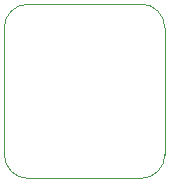
<source format=gbr>
%TF.GenerationSoftware,KiCad,Pcbnew,8.0.1*%
%TF.CreationDate,2024-05-03T15:12:59-07:00*%
%TF.ProjectId,DAWN_sensor_pcb,4441574e-5f73-4656-9e73-6f725f706362,rev?*%
%TF.SameCoordinates,Original*%
%TF.FileFunction,Profile,NP*%
%FSLAX46Y46*%
G04 Gerber Fmt 4.6, Leading zero omitted, Abs format (unit mm)*
G04 Created by KiCad (PCBNEW 8.0.1) date 2024-05-03 15:12:59*
%MOMM*%
%LPD*%
G01*
G04 APERTURE LIST*
%TA.AperFunction,Profile*%
%ADD10C,0.050000*%
%TD*%
G04 APERTURE END LIST*
D10*
X149085786Y-59166250D02*
X139500000Y-59166250D01*
X137500000Y-71875000D02*
X137500000Y-61166250D01*
X139500000Y-73916675D02*
X149085786Y-73916250D01*
X137500000Y-61166250D02*
G75*
G02*
X139500000Y-59166200I2000000J50D01*
G01*
X151085786Y-71916250D02*
X151085786Y-61166250D01*
X149085786Y-59166250D02*
G75*
G02*
X151085750Y-61166250I14J-1999950D01*
G01*
X151085786Y-71916250D02*
G75*
G02*
X149085786Y-73916286I-1999986J-50D01*
G01*
X139500000Y-73916675D02*
G75*
G02*
X137499949Y-71874999I0J2000475D01*
G01*
M02*

</source>
